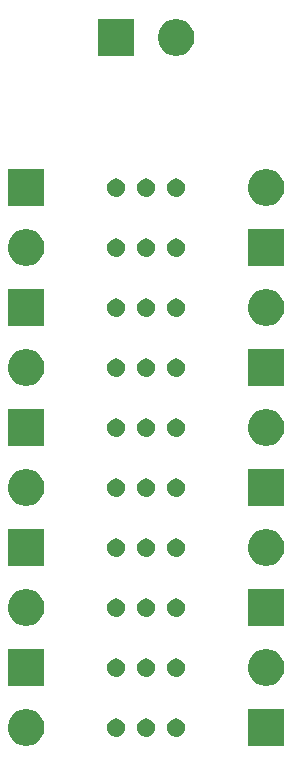
<source format=gbr>
G04 #@! TF.GenerationSoftware,KiCad,Pcbnew,5.0.2+dfsg1-1*
G04 #@! TF.CreationDate,2021-07-05T06:51:35+02:00*
G04 #@! TF.ProjectId,billjapacontrollerv2,62696c6c-6a61-4706-9163-6f6e74726f6c,rev?*
G04 #@! TF.SameCoordinates,Original*
G04 #@! TF.FileFunction,Soldermask,Bot*
G04 #@! TF.FilePolarity,Negative*
%FSLAX46Y46*%
G04 Gerber Fmt 4.6, Leading zero omitted, Abs format (unit mm)*
G04 Created by KiCad (PCBNEW 5.0.2+dfsg1-1) date lun. 05 juil. 2021 06:51:35 CEST*
%MOMM*%
%LPD*%
G01*
G04 APERTURE LIST*
%ADD10C,0.150000*%
G04 APERTURE END LIST*
D10*
G36*
X54891000Y-80291000D02*
X51789000Y-80291000D01*
X51789000Y-77189000D01*
X54891000Y-77189000D01*
X54891000Y-80291000D01*
X54891000Y-80291000D01*
G37*
G36*
X33372527Y-77228736D02*
X33472410Y-77248604D01*
X33754674Y-77365521D01*
X34008705Y-77535259D01*
X34224741Y-77751295D01*
X34394479Y-78005326D01*
X34495211Y-78248516D01*
X34511396Y-78287591D01*
X34571000Y-78587238D01*
X34571000Y-78892762D01*
X34556652Y-78964893D01*
X34511396Y-79192410D01*
X34394479Y-79474674D01*
X34224741Y-79728705D01*
X34008705Y-79944741D01*
X33754674Y-80114479D01*
X33472410Y-80231396D01*
X33372527Y-80251264D01*
X33172762Y-80291000D01*
X32867238Y-80291000D01*
X32667473Y-80251264D01*
X32567590Y-80231396D01*
X32285326Y-80114479D01*
X32031295Y-79944741D01*
X31815259Y-79728705D01*
X31645521Y-79474674D01*
X31528604Y-79192410D01*
X31483348Y-78964893D01*
X31469000Y-78892762D01*
X31469000Y-78587238D01*
X31528604Y-78287591D01*
X31544789Y-78248516D01*
X31645521Y-78005326D01*
X31815259Y-77751295D01*
X32031295Y-77535259D01*
X32285326Y-77365521D01*
X32567590Y-77248604D01*
X32667473Y-77228736D01*
X32867238Y-77189000D01*
X33172762Y-77189000D01*
X33372527Y-77228736D01*
X33372527Y-77228736D01*
G37*
G36*
X45845589Y-77978876D02*
X45944893Y-77998629D01*
X46085206Y-78056748D01*
X46211484Y-78141125D01*
X46318875Y-78248516D01*
X46403252Y-78374794D01*
X46461371Y-78515107D01*
X46491000Y-78664063D01*
X46491000Y-78815937D01*
X46461371Y-78964893D01*
X46403252Y-79105206D01*
X46318875Y-79231484D01*
X46211484Y-79338875D01*
X46085206Y-79423252D01*
X45944893Y-79481371D01*
X45845589Y-79501124D01*
X45795938Y-79511000D01*
X45644062Y-79511000D01*
X45594411Y-79501124D01*
X45495107Y-79481371D01*
X45354794Y-79423252D01*
X45228516Y-79338875D01*
X45121125Y-79231484D01*
X45036748Y-79105206D01*
X44978629Y-78964893D01*
X44949000Y-78815937D01*
X44949000Y-78664063D01*
X44978629Y-78515107D01*
X45036748Y-78374794D01*
X45121125Y-78248516D01*
X45228516Y-78141125D01*
X45354794Y-78056748D01*
X45495107Y-77998629D01*
X45594411Y-77978876D01*
X45644062Y-77969000D01*
X45795938Y-77969000D01*
X45845589Y-77978876D01*
X45845589Y-77978876D01*
G37*
G36*
X43305589Y-77978876D02*
X43404893Y-77998629D01*
X43545206Y-78056748D01*
X43671484Y-78141125D01*
X43778875Y-78248516D01*
X43863252Y-78374794D01*
X43921371Y-78515107D01*
X43951000Y-78664063D01*
X43951000Y-78815937D01*
X43921371Y-78964893D01*
X43863252Y-79105206D01*
X43778875Y-79231484D01*
X43671484Y-79338875D01*
X43545206Y-79423252D01*
X43404893Y-79481371D01*
X43305589Y-79501124D01*
X43255938Y-79511000D01*
X43104062Y-79511000D01*
X43054411Y-79501124D01*
X42955107Y-79481371D01*
X42814794Y-79423252D01*
X42688516Y-79338875D01*
X42581125Y-79231484D01*
X42496748Y-79105206D01*
X42438629Y-78964893D01*
X42409000Y-78815937D01*
X42409000Y-78664063D01*
X42438629Y-78515107D01*
X42496748Y-78374794D01*
X42581125Y-78248516D01*
X42688516Y-78141125D01*
X42814794Y-78056748D01*
X42955107Y-77998629D01*
X43054411Y-77978876D01*
X43104062Y-77969000D01*
X43255938Y-77969000D01*
X43305589Y-77978876D01*
X43305589Y-77978876D01*
G37*
G36*
X40765589Y-77978876D02*
X40864893Y-77998629D01*
X41005206Y-78056748D01*
X41131484Y-78141125D01*
X41238875Y-78248516D01*
X41323252Y-78374794D01*
X41381371Y-78515107D01*
X41411000Y-78664063D01*
X41411000Y-78815937D01*
X41381371Y-78964893D01*
X41323252Y-79105206D01*
X41238875Y-79231484D01*
X41131484Y-79338875D01*
X41005206Y-79423252D01*
X40864893Y-79481371D01*
X40765589Y-79501124D01*
X40715938Y-79511000D01*
X40564062Y-79511000D01*
X40514411Y-79501124D01*
X40415107Y-79481371D01*
X40274794Y-79423252D01*
X40148516Y-79338875D01*
X40041125Y-79231484D01*
X39956748Y-79105206D01*
X39898629Y-78964893D01*
X39869000Y-78815937D01*
X39869000Y-78664063D01*
X39898629Y-78515107D01*
X39956748Y-78374794D01*
X40041125Y-78248516D01*
X40148516Y-78141125D01*
X40274794Y-78056748D01*
X40415107Y-77998629D01*
X40514411Y-77978876D01*
X40564062Y-77969000D01*
X40715938Y-77969000D01*
X40765589Y-77978876D01*
X40765589Y-77978876D01*
G37*
G36*
X53692527Y-72148736D02*
X53792410Y-72168604D01*
X54074674Y-72285521D01*
X54328705Y-72455259D01*
X54544741Y-72671295D01*
X54714479Y-72925326D01*
X54815211Y-73168516D01*
X54831396Y-73207591D01*
X54891000Y-73507238D01*
X54891000Y-73812762D01*
X54876652Y-73884893D01*
X54831396Y-74112410D01*
X54714479Y-74394674D01*
X54544741Y-74648705D01*
X54328705Y-74864741D01*
X54074674Y-75034479D01*
X53792410Y-75151396D01*
X53692527Y-75171264D01*
X53492762Y-75211000D01*
X53187238Y-75211000D01*
X52987473Y-75171264D01*
X52887590Y-75151396D01*
X52605326Y-75034479D01*
X52351295Y-74864741D01*
X52135259Y-74648705D01*
X51965521Y-74394674D01*
X51848604Y-74112410D01*
X51803348Y-73884893D01*
X51789000Y-73812762D01*
X51789000Y-73507238D01*
X51848604Y-73207591D01*
X51864789Y-73168516D01*
X51965521Y-72925326D01*
X52135259Y-72671295D01*
X52351295Y-72455259D01*
X52605326Y-72285521D01*
X52887590Y-72168604D01*
X52987473Y-72148736D01*
X53187238Y-72109000D01*
X53492762Y-72109000D01*
X53692527Y-72148736D01*
X53692527Y-72148736D01*
G37*
G36*
X34571000Y-75211000D02*
X31469000Y-75211000D01*
X31469000Y-72109000D01*
X34571000Y-72109000D01*
X34571000Y-75211000D01*
X34571000Y-75211000D01*
G37*
G36*
X45845589Y-72898876D02*
X45944893Y-72918629D01*
X46085206Y-72976748D01*
X46211484Y-73061125D01*
X46318875Y-73168516D01*
X46403252Y-73294794D01*
X46461371Y-73435107D01*
X46491000Y-73584063D01*
X46491000Y-73735937D01*
X46461371Y-73884893D01*
X46403252Y-74025206D01*
X46318875Y-74151484D01*
X46211484Y-74258875D01*
X46085206Y-74343252D01*
X45944893Y-74401371D01*
X45845589Y-74421124D01*
X45795938Y-74431000D01*
X45644062Y-74431000D01*
X45594411Y-74421124D01*
X45495107Y-74401371D01*
X45354794Y-74343252D01*
X45228516Y-74258875D01*
X45121125Y-74151484D01*
X45036748Y-74025206D01*
X44978629Y-73884893D01*
X44949000Y-73735937D01*
X44949000Y-73584063D01*
X44978629Y-73435107D01*
X45036748Y-73294794D01*
X45121125Y-73168516D01*
X45228516Y-73061125D01*
X45354794Y-72976748D01*
X45495107Y-72918629D01*
X45594411Y-72898876D01*
X45644062Y-72889000D01*
X45795938Y-72889000D01*
X45845589Y-72898876D01*
X45845589Y-72898876D01*
G37*
G36*
X43305589Y-72898876D02*
X43404893Y-72918629D01*
X43545206Y-72976748D01*
X43671484Y-73061125D01*
X43778875Y-73168516D01*
X43863252Y-73294794D01*
X43921371Y-73435107D01*
X43951000Y-73584063D01*
X43951000Y-73735937D01*
X43921371Y-73884893D01*
X43863252Y-74025206D01*
X43778875Y-74151484D01*
X43671484Y-74258875D01*
X43545206Y-74343252D01*
X43404893Y-74401371D01*
X43305589Y-74421124D01*
X43255938Y-74431000D01*
X43104062Y-74431000D01*
X43054411Y-74421124D01*
X42955107Y-74401371D01*
X42814794Y-74343252D01*
X42688516Y-74258875D01*
X42581125Y-74151484D01*
X42496748Y-74025206D01*
X42438629Y-73884893D01*
X42409000Y-73735937D01*
X42409000Y-73584063D01*
X42438629Y-73435107D01*
X42496748Y-73294794D01*
X42581125Y-73168516D01*
X42688516Y-73061125D01*
X42814794Y-72976748D01*
X42955107Y-72918629D01*
X43054411Y-72898876D01*
X43104062Y-72889000D01*
X43255938Y-72889000D01*
X43305589Y-72898876D01*
X43305589Y-72898876D01*
G37*
G36*
X40765589Y-72898876D02*
X40864893Y-72918629D01*
X41005206Y-72976748D01*
X41131484Y-73061125D01*
X41238875Y-73168516D01*
X41323252Y-73294794D01*
X41381371Y-73435107D01*
X41411000Y-73584063D01*
X41411000Y-73735937D01*
X41381371Y-73884893D01*
X41323252Y-74025206D01*
X41238875Y-74151484D01*
X41131484Y-74258875D01*
X41005206Y-74343252D01*
X40864893Y-74401371D01*
X40765589Y-74421124D01*
X40715938Y-74431000D01*
X40564062Y-74431000D01*
X40514411Y-74421124D01*
X40415107Y-74401371D01*
X40274794Y-74343252D01*
X40148516Y-74258875D01*
X40041125Y-74151484D01*
X39956748Y-74025206D01*
X39898629Y-73884893D01*
X39869000Y-73735937D01*
X39869000Y-73584063D01*
X39898629Y-73435107D01*
X39956748Y-73294794D01*
X40041125Y-73168516D01*
X40148516Y-73061125D01*
X40274794Y-72976748D01*
X40415107Y-72918629D01*
X40514411Y-72898876D01*
X40564062Y-72889000D01*
X40715938Y-72889000D01*
X40765589Y-72898876D01*
X40765589Y-72898876D01*
G37*
G36*
X33372527Y-67068736D02*
X33472410Y-67088604D01*
X33754674Y-67205521D01*
X34008705Y-67375259D01*
X34224741Y-67591295D01*
X34394479Y-67845326D01*
X34495211Y-68088516D01*
X34511396Y-68127591D01*
X34571000Y-68427238D01*
X34571000Y-68732762D01*
X34556652Y-68804893D01*
X34511396Y-69032410D01*
X34394479Y-69314674D01*
X34224741Y-69568705D01*
X34008705Y-69784741D01*
X33754674Y-69954479D01*
X33472410Y-70071396D01*
X33372527Y-70091264D01*
X33172762Y-70131000D01*
X32867238Y-70131000D01*
X32667473Y-70091264D01*
X32567590Y-70071396D01*
X32285326Y-69954479D01*
X32031295Y-69784741D01*
X31815259Y-69568705D01*
X31645521Y-69314674D01*
X31528604Y-69032410D01*
X31483348Y-68804893D01*
X31469000Y-68732762D01*
X31469000Y-68427238D01*
X31528604Y-68127591D01*
X31544789Y-68088516D01*
X31645521Y-67845326D01*
X31815259Y-67591295D01*
X32031295Y-67375259D01*
X32285326Y-67205521D01*
X32567590Y-67088604D01*
X32667473Y-67068736D01*
X32867238Y-67029000D01*
X33172762Y-67029000D01*
X33372527Y-67068736D01*
X33372527Y-67068736D01*
G37*
G36*
X54891000Y-70131000D02*
X51789000Y-70131000D01*
X51789000Y-67029000D01*
X54891000Y-67029000D01*
X54891000Y-70131000D01*
X54891000Y-70131000D01*
G37*
G36*
X45845589Y-67818876D02*
X45944893Y-67838629D01*
X46085206Y-67896748D01*
X46211484Y-67981125D01*
X46318875Y-68088516D01*
X46403252Y-68214794D01*
X46461371Y-68355107D01*
X46491000Y-68504063D01*
X46491000Y-68655937D01*
X46461371Y-68804893D01*
X46403252Y-68945206D01*
X46318875Y-69071484D01*
X46211484Y-69178875D01*
X46085206Y-69263252D01*
X45944893Y-69321371D01*
X45845589Y-69341124D01*
X45795938Y-69351000D01*
X45644062Y-69351000D01*
X45594411Y-69341124D01*
X45495107Y-69321371D01*
X45354794Y-69263252D01*
X45228516Y-69178875D01*
X45121125Y-69071484D01*
X45036748Y-68945206D01*
X44978629Y-68804893D01*
X44949000Y-68655937D01*
X44949000Y-68504063D01*
X44978629Y-68355107D01*
X45036748Y-68214794D01*
X45121125Y-68088516D01*
X45228516Y-67981125D01*
X45354794Y-67896748D01*
X45495107Y-67838629D01*
X45594411Y-67818876D01*
X45644062Y-67809000D01*
X45795938Y-67809000D01*
X45845589Y-67818876D01*
X45845589Y-67818876D01*
G37*
G36*
X43305589Y-67818876D02*
X43404893Y-67838629D01*
X43545206Y-67896748D01*
X43671484Y-67981125D01*
X43778875Y-68088516D01*
X43863252Y-68214794D01*
X43921371Y-68355107D01*
X43951000Y-68504063D01*
X43951000Y-68655937D01*
X43921371Y-68804893D01*
X43863252Y-68945206D01*
X43778875Y-69071484D01*
X43671484Y-69178875D01*
X43545206Y-69263252D01*
X43404893Y-69321371D01*
X43305589Y-69341124D01*
X43255938Y-69351000D01*
X43104062Y-69351000D01*
X43054411Y-69341124D01*
X42955107Y-69321371D01*
X42814794Y-69263252D01*
X42688516Y-69178875D01*
X42581125Y-69071484D01*
X42496748Y-68945206D01*
X42438629Y-68804893D01*
X42409000Y-68655937D01*
X42409000Y-68504063D01*
X42438629Y-68355107D01*
X42496748Y-68214794D01*
X42581125Y-68088516D01*
X42688516Y-67981125D01*
X42814794Y-67896748D01*
X42955107Y-67838629D01*
X43054411Y-67818876D01*
X43104062Y-67809000D01*
X43255938Y-67809000D01*
X43305589Y-67818876D01*
X43305589Y-67818876D01*
G37*
G36*
X40765589Y-67818876D02*
X40864893Y-67838629D01*
X41005206Y-67896748D01*
X41131484Y-67981125D01*
X41238875Y-68088516D01*
X41323252Y-68214794D01*
X41381371Y-68355107D01*
X41411000Y-68504063D01*
X41411000Y-68655937D01*
X41381371Y-68804893D01*
X41323252Y-68945206D01*
X41238875Y-69071484D01*
X41131484Y-69178875D01*
X41005206Y-69263252D01*
X40864893Y-69321371D01*
X40765589Y-69341124D01*
X40715938Y-69351000D01*
X40564062Y-69351000D01*
X40514411Y-69341124D01*
X40415107Y-69321371D01*
X40274794Y-69263252D01*
X40148516Y-69178875D01*
X40041125Y-69071484D01*
X39956748Y-68945206D01*
X39898629Y-68804893D01*
X39869000Y-68655937D01*
X39869000Y-68504063D01*
X39898629Y-68355107D01*
X39956748Y-68214794D01*
X40041125Y-68088516D01*
X40148516Y-67981125D01*
X40274794Y-67896748D01*
X40415107Y-67838629D01*
X40514411Y-67818876D01*
X40564062Y-67809000D01*
X40715938Y-67809000D01*
X40765589Y-67818876D01*
X40765589Y-67818876D01*
G37*
G36*
X53692527Y-61988736D02*
X53792410Y-62008604D01*
X54074674Y-62125521D01*
X54328705Y-62295259D01*
X54544741Y-62511295D01*
X54714479Y-62765326D01*
X54815211Y-63008516D01*
X54831396Y-63047591D01*
X54891000Y-63347238D01*
X54891000Y-63652762D01*
X54876652Y-63724893D01*
X54831396Y-63952410D01*
X54714479Y-64234674D01*
X54544741Y-64488705D01*
X54328705Y-64704741D01*
X54074674Y-64874479D01*
X53792410Y-64991396D01*
X53692527Y-65011264D01*
X53492762Y-65051000D01*
X53187238Y-65051000D01*
X52987473Y-65011264D01*
X52887590Y-64991396D01*
X52605326Y-64874479D01*
X52351295Y-64704741D01*
X52135259Y-64488705D01*
X51965521Y-64234674D01*
X51848604Y-63952410D01*
X51803348Y-63724893D01*
X51789000Y-63652762D01*
X51789000Y-63347238D01*
X51848604Y-63047591D01*
X51864789Y-63008516D01*
X51965521Y-62765326D01*
X52135259Y-62511295D01*
X52351295Y-62295259D01*
X52605326Y-62125521D01*
X52887590Y-62008604D01*
X52987473Y-61988736D01*
X53187238Y-61949000D01*
X53492762Y-61949000D01*
X53692527Y-61988736D01*
X53692527Y-61988736D01*
G37*
G36*
X34571000Y-65051000D02*
X31469000Y-65051000D01*
X31469000Y-61949000D01*
X34571000Y-61949000D01*
X34571000Y-65051000D01*
X34571000Y-65051000D01*
G37*
G36*
X45845589Y-62738876D02*
X45944893Y-62758629D01*
X46085206Y-62816748D01*
X46211484Y-62901125D01*
X46318875Y-63008516D01*
X46403252Y-63134794D01*
X46461371Y-63275107D01*
X46491000Y-63424063D01*
X46491000Y-63575937D01*
X46461371Y-63724893D01*
X46403252Y-63865206D01*
X46318875Y-63991484D01*
X46211484Y-64098875D01*
X46085206Y-64183252D01*
X45944893Y-64241371D01*
X45845589Y-64261124D01*
X45795938Y-64271000D01*
X45644062Y-64271000D01*
X45594411Y-64261124D01*
X45495107Y-64241371D01*
X45354794Y-64183252D01*
X45228516Y-64098875D01*
X45121125Y-63991484D01*
X45036748Y-63865206D01*
X44978629Y-63724893D01*
X44949000Y-63575937D01*
X44949000Y-63424063D01*
X44978629Y-63275107D01*
X45036748Y-63134794D01*
X45121125Y-63008516D01*
X45228516Y-62901125D01*
X45354794Y-62816748D01*
X45495107Y-62758629D01*
X45594411Y-62738876D01*
X45644062Y-62729000D01*
X45795938Y-62729000D01*
X45845589Y-62738876D01*
X45845589Y-62738876D01*
G37*
G36*
X43305589Y-62738876D02*
X43404893Y-62758629D01*
X43545206Y-62816748D01*
X43671484Y-62901125D01*
X43778875Y-63008516D01*
X43863252Y-63134794D01*
X43921371Y-63275107D01*
X43951000Y-63424063D01*
X43951000Y-63575937D01*
X43921371Y-63724893D01*
X43863252Y-63865206D01*
X43778875Y-63991484D01*
X43671484Y-64098875D01*
X43545206Y-64183252D01*
X43404893Y-64241371D01*
X43305589Y-64261124D01*
X43255938Y-64271000D01*
X43104062Y-64271000D01*
X43054411Y-64261124D01*
X42955107Y-64241371D01*
X42814794Y-64183252D01*
X42688516Y-64098875D01*
X42581125Y-63991484D01*
X42496748Y-63865206D01*
X42438629Y-63724893D01*
X42409000Y-63575937D01*
X42409000Y-63424063D01*
X42438629Y-63275107D01*
X42496748Y-63134794D01*
X42581125Y-63008516D01*
X42688516Y-62901125D01*
X42814794Y-62816748D01*
X42955107Y-62758629D01*
X43054411Y-62738876D01*
X43104062Y-62729000D01*
X43255938Y-62729000D01*
X43305589Y-62738876D01*
X43305589Y-62738876D01*
G37*
G36*
X40765589Y-62738876D02*
X40864893Y-62758629D01*
X41005206Y-62816748D01*
X41131484Y-62901125D01*
X41238875Y-63008516D01*
X41323252Y-63134794D01*
X41381371Y-63275107D01*
X41411000Y-63424063D01*
X41411000Y-63575937D01*
X41381371Y-63724893D01*
X41323252Y-63865206D01*
X41238875Y-63991484D01*
X41131484Y-64098875D01*
X41005206Y-64183252D01*
X40864893Y-64241371D01*
X40765589Y-64261124D01*
X40715938Y-64271000D01*
X40564062Y-64271000D01*
X40514411Y-64261124D01*
X40415107Y-64241371D01*
X40274794Y-64183252D01*
X40148516Y-64098875D01*
X40041125Y-63991484D01*
X39956748Y-63865206D01*
X39898629Y-63724893D01*
X39869000Y-63575937D01*
X39869000Y-63424063D01*
X39898629Y-63275107D01*
X39956748Y-63134794D01*
X40041125Y-63008516D01*
X40148516Y-62901125D01*
X40274794Y-62816748D01*
X40415107Y-62758629D01*
X40514411Y-62738876D01*
X40564062Y-62729000D01*
X40715938Y-62729000D01*
X40765589Y-62738876D01*
X40765589Y-62738876D01*
G37*
G36*
X54891000Y-59971000D02*
X51789000Y-59971000D01*
X51789000Y-56869000D01*
X54891000Y-56869000D01*
X54891000Y-59971000D01*
X54891000Y-59971000D01*
G37*
G36*
X33372527Y-56908736D02*
X33472410Y-56928604D01*
X33754674Y-57045521D01*
X34008705Y-57215259D01*
X34224741Y-57431295D01*
X34394479Y-57685326D01*
X34495211Y-57928516D01*
X34511396Y-57967591D01*
X34571000Y-58267238D01*
X34571000Y-58572762D01*
X34556652Y-58644893D01*
X34511396Y-58872410D01*
X34394479Y-59154674D01*
X34224741Y-59408705D01*
X34008705Y-59624741D01*
X33754674Y-59794479D01*
X33472410Y-59911396D01*
X33372527Y-59931264D01*
X33172762Y-59971000D01*
X32867238Y-59971000D01*
X32667473Y-59931264D01*
X32567590Y-59911396D01*
X32285326Y-59794479D01*
X32031295Y-59624741D01*
X31815259Y-59408705D01*
X31645521Y-59154674D01*
X31528604Y-58872410D01*
X31483348Y-58644893D01*
X31469000Y-58572762D01*
X31469000Y-58267238D01*
X31528604Y-57967591D01*
X31544789Y-57928516D01*
X31645521Y-57685326D01*
X31815259Y-57431295D01*
X32031295Y-57215259D01*
X32285326Y-57045521D01*
X32567590Y-56928604D01*
X32667473Y-56908736D01*
X32867238Y-56869000D01*
X33172762Y-56869000D01*
X33372527Y-56908736D01*
X33372527Y-56908736D01*
G37*
G36*
X45845589Y-57658876D02*
X45944893Y-57678629D01*
X46085206Y-57736748D01*
X46211484Y-57821125D01*
X46318875Y-57928516D01*
X46403252Y-58054794D01*
X46461371Y-58195107D01*
X46491000Y-58344063D01*
X46491000Y-58495937D01*
X46461371Y-58644893D01*
X46403252Y-58785206D01*
X46318875Y-58911484D01*
X46211484Y-59018875D01*
X46085206Y-59103252D01*
X45944893Y-59161371D01*
X45845589Y-59181124D01*
X45795938Y-59191000D01*
X45644062Y-59191000D01*
X45594411Y-59181124D01*
X45495107Y-59161371D01*
X45354794Y-59103252D01*
X45228516Y-59018875D01*
X45121125Y-58911484D01*
X45036748Y-58785206D01*
X44978629Y-58644893D01*
X44949000Y-58495937D01*
X44949000Y-58344063D01*
X44978629Y-58195107D01*
X45036748Y-58054794D01*
X45121125Y-57928516D01*
X45228516Y-57821125D01*
X45354794Y-57736748D01*
X45495107Y-57678629D01*
X45594411Y-57658876D01*
X45644062Y-57649000D01*
X45795938Y-57649000D01*
X45845589Y-57658876D01*
X45845589Y-57658876D01*
G37*
G36*
X43305589Y-57658876D02*
X43404893Y-57678629D01*
X43545206Y-57736748D01*
X43671484Y-57821125D01*
X43778875Y-57928516D01*
X43863252Y-58054794D01*
X43921371Y-58195107D01*
X43951000Y-58344063D01*
X43951000Y-58495937D01*
X43921371Y-58644893D01*
X43863252Y-58785206D01*
X43778875Y-58911484D01*
X43671484Y-59018875D01*
X43545206Y-59103252D01*
X43404893Y-59161371D01*
X43305589Y-59181124D01*
X43255938Y-59191000D01*
X43104062Y-59191000D01*
X43054411Y-59181124D01*
X42955107Y-59161371D01*
X42814794Y-59103252D01*
X42688516Y-59018875D01*
X42581125Y-58911484D01*
X42496748Y-58785206D01*
X42438629Y-58644893D01*
X42409000Y-58495937D01*
X42409000Y-58344063D01*
X42438629Y-58195107D01*
X42496748Y-58054794D01*
X42581125Y-57928516D01*
X42688516Y-57821125D01*
X42814794Y-57736748D01*
X42955107Y-57678629D01*
X43054411Y-57658876D01*
X43104062Y-57649000D01*
X43255938Y-57649000D01*
X43305589Y-57658876D01*
X43305589Y-57658876D01*
G37*
G36*
X40765589Y-57658876D02*
X40864893Y-57678629D01*
X41005206Y-57736748D01*
X41131484Y-57821125D01*
X41238875Y-57928516D01*
X41323252Y-58054794D01*
X41381371Y-58195107D01*
X41411000Y-58344063D01*
X41411000Y-58495937D01*
X41381371Y-58644893D01*
X41323252Y-58785206D01*
X41238875Y-58911484D01*
X41131484Y-59018875D01*
X41005206Y-59103252D01*
X40864893Y-59161371D01*
X40765589Y-59181124D01*
X40715938Y-59191000D01*
X40564062Y-59191000D01*
X40514411Y-59181124D01*
X40415107Y-59161371D01*
X40274794Y-59103252D01*
X40148516Y-59018875D01*
X40041125Y-58911484D01*
X39956748Y-58785206D01*
X39898629Y-58644893D01*
X39869000Y-58495937D01*
X39869000Y-58344063D01*
X39898629Y-58195107D01*
X39956748Y-58054794D01*
X40041125Y-57928516D01*
X40148516Y-57821125D01*
X40274794Y-57736748D01*
X40415107Y-57678629D01*
X40514411Y-57658876D01*
X40564062Y-57649000D01*
X40715938Y-57649000D01*
X40765589Y-57658876D01*
X40765589Y-57658876D01*
G37*
G36*
X53692527Y-51828736D02*
X53792410Y-51848604D01*
X54074674Y-51965521D01*
X54328705Y-52135259D01*
X54544741Y-52351295D01*
X54714479Y-52605326D01*
X54815211Y-52848516D01*
X54831396Y-52887591D01*
X54891000Y-53187238D01*
X54891000Y-53492762D01*
X54876652Y-53564893D01*
X54831396Y-53792410D01*
X54714479Y-54074674D01*
X54544741Y-54328705D01*
X54328705Y-54544741D01*
X54074674Y-54714479D01*
X53792410Y-54831396D01*
X53692527Y-54851264D01*
X53492762Y-54891000D01*
X53187238Y-54891000D01*
X52987473Y-54851264D01*
X52887590Y-54831396D01*
X52605326Y-54714479D01*
X52351295Y-54544741D01*
X52135259Y-54328705D01*
X51965521Y-54074674D01*
X51848604Y-53792410D01*
X51803348Y-53564893D01*
X51789000Y-53492762D01*
X51789000Y-53187238D01*
X51848604Y-52887591D01*
X51864789Y-52848516D01*
X51965521Y-52605326D01*
X52135259Y-52351295D01*
X52351295Y-52135259D01*
X52605326Y-51965521D01*
X52887590Y-51848604D01*
X52987473Y-51828736D01*
X53187238Y-51789000D01*
X53492762Y-51789000D01*
X53692527Y-51828736D01*
X53692527Y-51828736D01*
G37*
G36*
X34571000Y-54891000D02*
X31469000Y-54891000D01*
X31469000Y-51789000D01*
X34571000Y-51789000D01*
X34571000Y-54891000D01*
X34571000Y-54891000D01*
G37*
G36*
X40765589Y-52578876D02*
X40864893Y-52598629D01*
X41005206Y-52656748D01*
X41131484Y-52741125D01*
X41238875Y-52848516D01*
X41323252Y-52974794D01*
X41381371Y-53115107D01*
X41411000Y-53264063D01*
X41411000Y-53415937D01*
X41381371Y-53564893D01*
X41323252Y-53705206D01*
X41238875Y-53831484D01*
X41131484Y-53938875D01*
X41005206Y-54023252D01*
X40864893Y-54081371D01*
X40765589Y-54101124D01*
X40715938Y-54111000D01*
X40564062Y-54111000D01*
X40514411Y-54101124D01*
X40415107Y-54081371D01*
X40274794Y-54023252D01*
X40148516Y-53938875D01*
X40041125Y-53831484D01*
X39956748Y-53705206D01*
X39898629Y-53564893D01*
X39869000Y-53415937D01*
X39869000Y-53264063D01*
X39898629Y-53115107D01*
X39956748Y-52974794D01*
X40041125Y-52848516D01*
X40148516Y-52741125D01*
X40274794Y-52656748D01*
X40415107Y-52598629D01*
X40514411Y-52578876D01*
X40564062Y-52569000D01*
X40715938Y-52569000D01*
X40765589Y-52578876D01*
X40765589Y-52578876D01*
G37*
G36*
X43305589Y-52578876D02*
X43404893Y-52598629D01*
X43545206Y-52656748D01*
X43671484Y-52741125D01*
X43778875Y-52848516D01*
X43863252Y-52974794D01*
X43921371Y-53115107D01*
X43951000Y-53264063D01*
X43951000Y-53415937D01*
X43921371Y-53564893D01*
X43863252Y-53705206D01*
X43778875Y-53831484D01*
X43671484Y-53938875D01*
X43545206Y-54023252D01*
X43404893Y-54081371D01*
X43305589Y-54101124D01*
X43255938Y-54111000D01*
X43104062Y-54111000D01*
X43054411Y-54101124D01*
X42955107Y-54081371D01*
X42814794Y-54023252D01*
X42688516Y-53938875D01*
X42581125Y-53831484D01*
X42496748Y-53705206D01*
X42438629Y-53564893D01*
X42409000Y-53415937D01*
X42409000Y-53264063D01*
X42438629Y-53115107D01*
X42496748Y-52974794D01*
X42581125Y-52848516D01*
X42688516Y-52741125D01*
X42814794Y-52656748D01*
X42955107Y-52598629D01*
X43054411Y-52578876D01*
X43104062Y-52569000D01*
X43255938Y-52569000D01*
X43305589Y-52578876D01*
X43305589Y-52578876D01*
G37*
G36*
X45845589Y-52578876D02*
X45944893Y-52598629D01*
X46085206Y-52656748D01*
X46211484Y-52741125D01*
X46318875Y-52848516D01*
X46403252Y-52974794D01*
X46461371Y-53115107D01*
X46491000Y-53264063D01*
X46491000Y-53415937D01*
X46461371Y-53564893D01*
X46403252Y-53705206D01*
X46318875Y-53831484D01*
X46211484Y-53938875D01*
X46085206Y-54023252D01*
X45944893Y-54081371D01*
X45845589Y-54101124D01*
X45795938Y-54111000D01*
X45644062Y-54111000D01*
X45594411Y-54101124D01*
X45495107Y-54081371D01*
X45354794Y-54023252D01*
X45228516Y-53938875D01*
X45121125Y-53831484D01*
X45036748Y-53705206D01*
X44978629Y-53564893D01*
X44949000Y-53415937D01*
X44949000Y-53264063D01*
X44978629Y-53115107D01*
X45036748Y-52974794D01*
X45121125Y-52848516D01*
X45228516Y-52741125D01*
X45354794Y-52656748D01*
X45495107Y-52598629D01*
X45594411Y-52578876D01*
X45644062Y-52569000D01*
X45795938Y-52569000D01*
X45845589Y-52578876D01*
X45845589Y-52578876D01*
G37*
G36*
X54891000Y-49811000D02*
X51789000Y-49811000D01*
X51789000Y-46709000D01*
X54891000Y-46709000D01*
X54891000Y-49811000D01*
X54891000Y-49811000D01*
G37*
G36*
X33372527Y-46748736D02*
X33472410Y-46768604D01*
X33754674Y-46885521D01*
X34008705Y-47055259D01*
X34224741Y-47271295D01*
X34394479Y-47525326D01*
X34495211Y-47768516D01*
X34511396Y-47807591D01*
X34571000Y-48107238D01*
X34571000Y-48412762D01*
X34556652Y-48484893D01*
X34511396Y-48712410D01*
X34394479Y-48994674D01*
X34224741Y-49248705D01*
X34008705Y-49464741D01*
X33754674Y-49634479D01*
X33472410Y-49751396D01*
X33372527Y-49771264D01*
X33172762Y-49811000D01*
X32867238Y-49811000D01*
X32667473Y-49771264D01*
X32567590Y-49751396D01*
X32285326Y-49634479D01*
X32031295Y-49464741D01*
X31815259Y-49248705D01*
X31645521Y-48994674D01*
X31528604Y-48712410D01*
X31483348Y-48484893D01*
X31469000Y-48412762D01*
X31469000Y-48107238D01*
X31528604Y-47807591D01*
X31544789Y-47768516D01*
X31645521Y-47525326D01*
X31815259Y-47271295D01*
X32031295Y-47055259D01*
X32285326Y-46885521D01*
X32567590Y-46768604D01*
X32667473Y-46748736D01*
X32867238Y-46709000D01*
X33172762Y-46709000D01*
X33372527Y-46748736D01*
X33372527Y-46748736D01*
G37*
G36*
X45845589Y-47498876D02*
X45944893Y-47518629D01*
X46085206Y-47576748D01*
X46211484Y-47661125D01*
X46318875Y-47768516D01*
X46403252Y-47894794D01*
X46461371Y-48035107D01*
X46491000Y-48184063D01*
X46491000Y-48335937D01*
X46461371Y-48484893D01*
X46403252Y-48625206D01*
X46318875Y-48751484D01*
X46211484Y-48858875D01*
X46085206Y-48943252D01*
X45944893Y-49001371D01*
X45845589Y-49021124D01*
X45795938Y-49031000D01*
X45644062Y-49031000D01*
X45594411Y-49021124D01*
X45495107Y-49001371D01*
X45354794Y-48943252D01*
X45228516Y-48858875D01*
X45121125Y-48751484D01*
X45036748Y-48625206D01*
X44978629Y-48484893D01*
X44949000Y-48335937D01*
X44949000Y-48184063D01*
X44978629Y-48035107D01*
X45036748Y-47894794D01*
X45121125Y-47768516D01*
X45228516Y-47661125D01*
X45354794Y-47576748D01*
X45495107Y-47518629D01*
X45594411Y-47498876D01*
X45644062Y-47489000D01*
X45795938Y-47489000D01*
X45845589Y-47498876D01*
X45845589Y-47498876D01*
G37*
G36*
X43305589Y-47498876D02*
X43404893Y-47518629D01*
X43545206Y-47576748D01*
X43671484Y-47661125D01*
X43778875Y-47768516D01*
X43863252Y-47894794D01*
X43921371Y-48035107D01*
X43951000Y-48184063D01*
X43951000Y-48335937D01*
X43921371Y-48484893D01*
X43863252Y-48625206D01*
X43778875Y-48751484D01*
X43671484Y-48858875D01*
X43545206Y-48943252D01*
X43404893Y-49001371D01*
X43305589Y-49021124D01*
X43255938Y-49031000D01*
X43104062Y-49031000D01*
X43054411Y-49021124D01*
X42955107Y-49001371D01*
X42814794Y-48943252D01*
X42688516Y-48858875D01*
X42581125Y-48751484D01*
X42496748Y-48625206D01*
X42438629Y-48484893D01*
X42409000Y-48335937D01*
X42409000Y-48184063D01*
X42438629Y-48035107D01*
X42496748Y-47894794D01*
X42581125Y-47768516D01*
X42688516Y-47661125D01*
X42814794Y-47576748D01*
X42955107Y-47518629D01*
X43054411Y-47498876D01*
X43104062Y-47489000D01*
X43255938Y-47489000D01*
X43305589Y-47498876D01*
X43305589Y-47498876D01*
G37*
G36*
X40765589Y-47498876D02*
X40864893Y-47518629D01*
X41005206Y-47576748D01*
X41131484Y-47661125D01*
X41238875Y-47768516D01*
X41323252Y-47894794D01*
X41381371Y-48035107D01*
X41411000Y-48184063D01*
X41411000Y-48335937D01*
X41381371Y-48484893D01*
X41323252Y-48625206D01*
X41238875Y-48751484D01*
X41131484Y-48858875D01*
X41005206Y-48943252D01*
X40864893Y-49001371D01*
X40765589Y-49021124D01*
X40715938Y-49031000D01*
X40564062Y-49031000D01*
X40514411Y-49021124D01*
X40415107Y-49001371D01*
X40274794Y-48943252D01*
X40148516Y-48858875D01*
X40041125Y-48751484D01*
X39956748Y-48625206D01*
X39898629Y-48484893D01*
X39869000Y-48335937D01*
X39869000Y-48184063D01*
X39898629Y-48035107D01*
X39956748Y-47894794D01*
X40041125Y-47768516D01*
X40148516Y-47661125D01*
X40274794Y-47576748D01*
X40415107Y-47518629D01*
X40514411Y-47498876D01*
X40564062Y-47489000D01*
X40715938Y-47489000D01*
X40765589Y-47498876D01*
X40765589Y-47498876D01*
G37*
G36*
X34571000Y-44731000D02*
X31469000Y-44731000D01*
X31469000Y-41629000D01*
X34571000Y-41629000D01*
X34571000Y-44731000D01*
X34571000Y-44731000D01*
G37*
G36*
X53692527Y-41668736D02*
X53792410Y-41688604D01*
X54074674Y-41805521D01*
X54328705Y-41975259D01*
X54544741Y-42191295D01*
X54714479Y-42445326D01*
X54815211Y-42688516D01*
X54831396Y-42727591D01*
X54891000Y-43027238D01*
X54891000Y-43332762D01*
X54876652Y-43404893D01*
X54831396Y-43632410D01*
X54714479Y-43914674D01*
X54544741Y-44168705D01*
X54328705Y-44384741D01*
X54074674Y-44554479D01*
X53792410Y-44671396D01*
X53692527Y-44691264D01*
X53492762Y-44731000D01*
X53187238Y-44731000D01*
X52987473Y-44691264D01*
X52887590Y-44671396D01*
X52605326Y-44554479D01*
X52351295Y-44384741D01*
X52135259Y-44168705D01*
X51965521Y-43914674D01*
X51848604Y-43632410D01*
X51803348Y-43404893D01*
X51789000Y-43332762D01*
X51789000Y-43027238D01*
X51848604Y-42727591D01*
X51864789Y-42688516D01*
X51965521Y-42445326D01*
X52135259Y-42191295D01*
X52351295Y-41975259D01*
X52605326Y-41805521D01*
X52887590Y-41688604D01*
X52987473Y-41668736D01*
X53187238Y-41629000D01*
X53492762Y-41629000D01*
X53692527Y-41668736D01*
X53692527Y-41668736D01*
G37*
G36*
X45845589Y-42418876D02*
X45944893Y-42438629D01*
X46085206Y-42496748D01*
X46211484Y-42581125D01*
X46318875Y-42688516D01*
X46403252Y-42814794D01*
X46461371Y-42955107D01*
X46491000Y-43104063D01*
X46491000Y-43255937D01*
X46461371Y-43404893D01*
X46403252Y-43545206D01*
X46318875Y-43671484D01*
X46211484Y-43778875D01*
X46085206Y-43863252D01*
X45944893Y-43921371D01*
X45845589Y-43941124D01*
X45795938Y-43951000D01*
X45644062Y-43951000D01*
X45594411Y-43941124D01*
X45495107Y-43921371D01*
X45354794Y-43863252D01*
X45228516Y-43778875D01*
X45121125Y-43671484D01*
X45036748Y-43545206D01*
X44978629Y-43404893D01*
X44949000Y-43255937D01*
X44949000Y-43104063D01*
X44978629Y-42955107D01*
X45036748Y-42814794D01*
X45121125Y-42688516D01*
X45228516Y-42581125D01*
X45354794Y-42496748D01*
X45495107Y-42438629D01*
X45594411Y-42418876D01*
X45644062Y-42409000D01*
X45795938Y-42409000D01*
X45845589Y-42418876D01*
X45845589Y-42418876D01*
G37*
G36*
X43305589Y-42418876D02*
X43404893Y-42438629D01*
X43545206Y-42496748D01*
X43671484Y-42581125D01*
X43778875Y-42688516D01*
X43863252Y-42814794D01*
X43921371Y-42955107D01*
X43951000Y-43104063D01*
X43951000Y-43255937D01*
X43921371Y-43404893D01*
X43863252Y-43545206D01*
X43778875Y-43671484D01*
X43671484Y-43778875D01*
X43545206Y-43863252D01*
X43404893Y-43921371D01*
X43305589Y-43941124D01*
X43255938Y-43951000D01*
X43104062Y-43951000D01*
X43054411Y-43941124D01*
X42955107Y-43921371D01*
X42814794Y-43863252D01*
X42688516Y-43778875D01*
X42581125Y-43671484D01*
X42496748Y-43545206D01*
X42438629Y-43404893D01*
X42409000Y-43255937D01*
X42409000Y-43104063D01*
X42438629Y-42955107D01*
X42496748Y-42814794D01*
X42581125Y-42688516D01*
X42688516Y-42581125D01*
X42814794Y-42496748D01*
X42955107Y-42438629D01*
X43054411Y-42418876D01*
X43104062Y-42409000D01*
X43255938Y-42409000D01*
X43305589Y-42418876D01*
X43305589Y-42418876D01*
G37*
G36*
X40765589Y-42418876D02*
X40864893Y-42438629D01*
X41005206Y-42496748D01*
X41131484Y-42581125D01*
X41238875Y-42688516D01*
X41323252Y-42814794D01*
X41381371Y-42955107D01*
X41411000Y-43104063D01*
X41411000Y-43255937D01*
X41381371Y-43404893D01*
X41323252Y-43545206D01*
X41238875Y-43671484D01*
X41131484Y-43778875D01*
X41005206Y-43863252D01*
X40864893Y-43921371D01*
X40765589Y-43941124D01*
X40715938Y-43951000D01*
X40564062Y-43951000D01*
X40514411Y-43941124D01*
X40415107Y-43921371D01*
X40274794Y-43863252D01*
X40148516Y-43778875D01*
X40041125Y-43671484D01*
X39956748Y-43545206D01*
X39898629Y-43404893D01*
X39869000Y-43255937D01*
X39869000Y-43104063D01*
X39898629Y-42955107D01*
X39956748Y-42814794D01*
X40041125Y-42688516D01*
X40148516Y-42581125D01*
X40274794Y-42496748D01*
X40415107Y-42438629D01*
X40514411Y-42418876D01*
X40564062Y-42409000D01*
X40715938Y-42409000D01*
X40765589Y-42418876D01*
X40765589Y-42418876D01*
G37*
G36*
X54891000Y-39651000D02*
X51789000Y-39651000D01*
X51789000Y-36549000D01*
X54891000Y-36549000D01*
X54891000Y-39651000D01*
X54891000Y-39651000D01*
G37*
G36*
X33372527Y-36588736D02*
X33472410Y-36608604D01*
X33754674Y-36725521D01*
X34008705Y-36895259D01*
X34224741Y-37111295D01*
X34394479Y-37365326D01*
X34495211Y-37608516D01*
X34511396Y-37647591D01*
X34571000Y-37947238D01*
X34571000Y-38252762D01*
X34556652Y-38324893D01*
X34511396Y-38552410D01*
X34394479Y-38834674D01*
X34224741Y-39088705D01*
X34008705Y-39304741D01*
X33754674Y-39474479D01*
X33472410Y-39591396D01*
X33372527Y-39611264D01*
X33172762Y-39651000D01*
X32867238Y-39651000D01*
X32667473Y-39611264D01*
X32567590Y-39591396D01*
X32285326Y-39474479D01*
X32031295Y-39304741D01*
X31815259Y-39088705D01*
X31645521Y-38834674D01*
X31528604Y-38552410D01*
X31483348Y-38324893D01*
X31469000Y-38252762D01*
X31469000Y-37947238D01*
X31528604Y-37647591D01*
X31544789Y-37608516D01*
X31645521Y-37365326D01*
X31815259Y-37111295D01*
X32031295Y-36895259D01*
X32285326Y-36725521D01*
X32567590Y-36608604D01*
X32667473Y-36588736D01*
X32867238Y-36549000D01*
X33172762Y-36549000D01*
X33372527Y-36588736D01*
X33372527Y-36588736D01*
G37*
G36*
X40765589Y-37338876D02*
X40864893Y-37358629D01*
X41005206Y-37416748D01*
X41131484Y-37501125D01*
X41238875Y-37608516D01*
X41323252Y-37734794D01*
X41381371Y-37875107D01*
X41411000Y-38024063D01*
X41411000Y-38175937D01*
X41381371Y-38324893D01*
X41323252Y-38465206D01*
X41238875Y-38591484D01*
X41131484Y-38698875D01*
X41005206Y-38783252D01*
X40864893Y-38841371D01*
X40765589Y-38861124D01*
X40715938Y-38871000D01*
X40564062Y-38871000D01*
X40514411Y-38861124D01*
X40415107Y-38841371D01*
X40274794Y-38783252D01*
X40148516Y-38698875D01*
X40041125Y-38591484D01*
X39956748Y-38465206D01*
X39898629Y-38324893D01*
X39869000Y-38175937D01*
X39869000Y-38024063D01*
X39898629Y-37875107D01*
X39956748Y-37734794D01*
X40041125Y-37608516D01*
X40148516Y-37501125D01*
X40274794Y-37416748D01*
X40415107Y-37358629D01*
X40514411Y-37338876D01*
X40564062Y-37329000D01*
X40715938Y-37329000D01*
X40765589Y-37338876D01*
X40765589Y-37338876D01*
G37*
G36*
X43305589Y-37338876D02*
X43404893Y-37358629D01*
X43545206Y-37416748D01*
X43671484Y-37501125D01*
X43778875Y-37608516D01*
X43863252Y-37734794D01*
X43921371Y-37875107D01*
X43951000Y-38024063D01*
X43951000Y-38175937D01*
X43921371Y-38324893D01*
X43863252Y-38465206D01*
X43778875Y-38591484D01*
X43671484Y-38698875D01*
X43545206Y-38783252D01*
X43404893Y-38841371D01*
X43305589Y-38861124D01*
X43255938Y-38871000D01*
X43104062Y-38871000D01*
X43054411Y-38861124D01*
X42955107Y-38841371D01*
X42814794Y-38783252D01*
X42688516Y-38698875D01*
X42581125Y-38591484D01*
X42496748Y-38465206D01*
X42438629Y-38324893D01*
X42409000Y-38175937D01*
X42409000Y-38024063D01*
X42438629Y-37875107D01*
X42496748Y-37734794D01*
X42581125Y-37608516D01*
X42688516Y-37501125D01*
X42814794Y-37416748D01*
X42955107Y-37358629D01*
X43054411Y-37338876D01*
X43104062Y-37329000D01*
X43255938Y-37329000D01*
X43305589Y-37338876D01*
X43305589Y-37338876D01*
G37*
G36*
X45845589Y-37338876D02*
X45944893Y-37358629D01*
X46085206Y-37416748D01*
X46211484Y-37501125D01*
X46318875Y-37608516D01*
X46403252Y-37734794D01*
X46461371Y-37875107D01*
X46491000Y-38024063D01*
X46491000Y-38175937D01*
X46461371Y-38324893D01*
X46403252Y-38465206D01*
X46318875Y-38591484D01*
X46211484Y-38698875D01*
X46085206Y-38783252D01*
X45944893Y-38841371D01*
X45845589Y-38861124D01*
X45795938Y-38871000D01*
X45644062Y-38871000D01*
X45594411Y-38861124D01*
X45495107Y-38841371D01*
X45354794Y-38783252D01*
X45228516Y-38698875D01*
X45121125Y-38591484D01*
X45036748Y-38465206D01*
X44978629Y-38324893D01*
X44949000Y-38175937D01*
X44949000Y-38024063D01*
X44978629Y-37875107D01*
X45036748Y-37734794D01*
X45121125Y-37608516D01*
X45228516Y-37501125D01*
X45354794Y-37416748D01*
X45495107Y-37358629D01*
X45594411Y-37338876D01*
X45644062Y-37329000D01*
X45795938Y-37329000D01*
X45845589Y-37338876D01*
X45845589Y-37338876D01*
G37*
G36*
X34571000Y-34571000D02*
X31469000Y-34571000D01*
X31469000Y-31469000D01*
X34571000Y-31469000D01*
X34571000Y-34571000D01*
X34571000Y-34571000D01*
G37*
G36*
X53692527Y-31508736D02*
X53792410Y-31528604D01*
X54074674Y-31645521D01*
X54328705Y-31815259D01*
X54544741Y-32031295D01*
X54714479Y-32285326D01*
X54815211Y-32528516D01*
X54831396Y-32567591D01*
X54891000Y-32867238D01*
X54891000Y-33172762D01*
X54876652Y-33244893D01*
X54831396Y-33472410D01*
X54714479Y-33754674D01*
X54544741Y-34008705D01*
X54328705Y-34224741D01*
X54074674Y-34394479D01*
X53792410Y-34511396D01*
X53692527Y-34531264D01*
X53492762Y-34571000D01*
X53187238Y-34571000D01*
X52987473Y-34531264D01*
X52887590Y-34511396D01*
X52605326Y-34394479D01*
X52351295Y-34224741D01*
X52135259Y-34008705D01*
X51965521Y-33754674D01*
X51848604Y-33472410D01*
X51803348Y-33244893D01*
X51789000Y-33172762D01*
X51789000Y-32867238D01*
X51848604Y-32567591D01*
X51864789Y-32528516D01*
X51965521Y-32285326D01*
X52135259Y-32031295D01*
X52351295Y-31815259D01*
X52605326Y-31645521D01*
X52887590Y-31528604D01*
X52987473Y-31508736D01*
X53187238Y-31469000D01*
X53492762Y-31469000D01*
X53692527Y-31508736D01*
X53692527Y-31508736D01*
G37*
G36*
X45845589Y-32258876D02*
X45944893Y-32278629D01*
X46085206Y-32336748D01*
X46211484Y-32421125D01*
X46318875Y-32528516D01*
X46403252Y-32654794D01*
X46461371Y-32795107D01*
X46491000Y-32944063D01*
X46491000Y-33095937D01*
X46461371Y-33244893D01*
X46403252Y-33385206D01*
X46318875Y-33511484D01*
X46211484Y-33618875D01*
X46085206Y-33703252D01*
X45944893Y-33761371D01*
X45845589Y-33781124D01*
X45795938Y-33791000D01*
X45644062Y-33791000D01*
X45594411Y-33781124D01*
X45495107Y-33761371D01*
X45354794Y-33703252D01*
X45228516Y-33618875D01*
X45121125Y-33511484D01*
X45036748Y-33385206D01*
X44978629Y-33244893D01*
X44949000Y-33095937D01*
X44949000Y-32944063D01*
X44978629Y-32795107D01*
X45036748Y-32654794D01*
X45121125Y-32528516D01*
X45228516Y-32421125D01*
X45354794Y-32336748D01*
X45495107Y-32278629D01*
X45594411Y-32258876D01*
X45644062Y-32249000D01*
X45795938Y-32249000D01*
X45845589Y-32258876D01*
X45845589Y-32258876D01*
G37*
G36*
X40765589Y-32258876D02*
X40864893Y-32278629D01*
X41005206Y-32336748D01*
X41131484Y-32421125D01*
X41238875Y-32528516D01*
X41323252Y-32654794D01*
X41381371Y-32795107D01*
X41411000Y-32944063D01*
X41411000Y-33095937D01*
X41381371Y-33244893D01*
X41323252Y-33385206D01*
X41238875Y-33511484D01*
X41131484Y-33618875D01*
X41005206Y-33703252D01*
X40864893Y-33761371D01*
X40765589Y-33781124D01*
X40715938Y-33791000D01*
X40564062Y-33791000D01*
X40514411Y-33781124D01*
X40415107Y-33761371D01*
X40274794Y-33703252D01*
X40148516Y-33618875D01*
X40041125Y-33511484D01*
X39956748Y-33385206D01*
X39898629Y-33244893D01*
X39869000Y-33095937D01*
X39869000Y-32944063D01*
X39898629Y-32795107D01*
X39956748Y-32654794D01*
X40041125Y-32528516D01*
X40148516Y-32421125D01*
X40274794Y-32336748D01*
X40415107Y-32278629D01*
X40514411Y-32258876D01*
X40564062Y-32249000D01*
X40715938Y-32249000D01*
X40765589Y-32258876D01*
X40765589Y-32258876D01*
G37*
G36*
X43305589Y-32258876D02*
X43404893Y-32278629D01*
X43545206Y-32336748D01*
X43671484Y-32421125D01*
X43778875Y-32528516D01*
X43863252Y-32654794D01*
X43921371Y-32795107D01*
X43951000Y-32944063D01*
X43951000Y-33095937D01*
X43921371Y-33244893D01*
X43863252Y-33385206D01*
X43778875Y-33511484D01*
X43671484Y-33618875D01*
X43545206Y-33703252D01*
X43404893Y-33761371D01*
X43305589Y-33781124D01*
X43255938Y-33791000D01*
X43104062Y-33791000D01*
X43054411Y-33781124D01*
X42955107Y-33761371D01*
X42814794Y-33703252D01*
X42688516Y-33618875D01*
X42581125Y-33511484D01*
X42496748Y-33385206D01*
X42438629Y-33244893D01*
X42409000Y-33095937D01*
X42409000Y-32944063D01*
X42438629Y-32795107D01*
X42496748Y-32654794D01*
X42581125Y-32528516D01*
X42688516Y-32421125D01*
X42814794Y-32336748D01*
X42955107Y-32278629D01*
X43054411Y-32258876D01*
X43104062Y-32249000D01*
X43255938Y-32249000D01*
X43305589Y-32258876D01*
X43305589Y-32258876D01*
G37*
G36*
X46072527Y-18808736D02*
X46172410Y-18828604D01*
X46454674Y-18945521D01*
X46708705Y-19115259D01*
X46924741Y-19331295D01*
X47094479Y-19585326D01*
X47211396Y-19867590D01*
X47271000Y-20167240D01*
X47271000Y-20472760D01*
X47211396Y-20772410D01*
X47094479Y-21054674D01*
X46924741Y-21308705D01*
X46708705Y-21524741D01*
X46454674Y-21694479D01*
X46172410Y-21811396D01*
X46072527Y-21831264D01*
X45872762Y-21871000D01*
X45567238Y-21871000D01*
X45367473Y-21831264D01*
X45267590Y-21811396D01*
X44985326Y-21694479D01*
X44731295Y-21524741D01*
X44515259Y-21308705D01*
X44345521Y-21054674D01*
X44228604Y-20772410D01*
X44169000Y-20472760D01*
X44169000Y-20167240D01*
X44228604Y-19867590D01*
X44345521Y-19585326D01*
X44515259Y-19331295D01*
X44731295Y-19115259D01*
X44985326Y-18945521D01*
X45267590Y-18828604D01*
X45367473Y-18808736D01*
X45567238Y-18769000D01*
X45872762Y-18769000D01*
X46072527Y-18808736D01*
X46072527Y-18808736D01*
G37*
G36*
X42191000Y-21871000D02*
X39089000Y-21871000D01*
X39089000Y-18769000D01*
X42191000Y-18769000D01*
X42191000Y-21871000D01*
X42191000Y-21871000D01*
G37*
M02*

</source>
